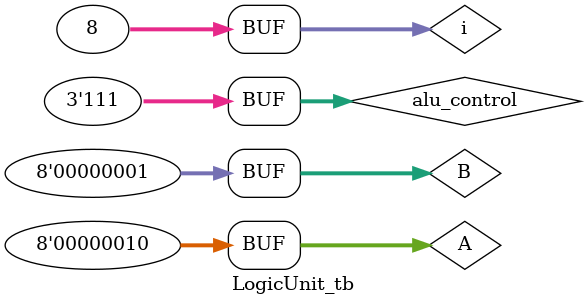
<source format=sv>
module LogicUnit_tb;
parameter N = 8;
  
  reg [N-1:0] A;
  reg [N-1:0] B;
  reg [2:0] alu_control;
  
 wire [N-1:0] result;

integer i;
  
	LogicUnit uut(
                .A(A), 
                .B(B), 
                .result(result),
   				.alu_control(alu_control));
  
initial
  begin
      
    {A, B,alu_control } = 0;
      
    $monitor ("T=%0t  A=%0d , B=%0d = result=%0d, alu_control=%0d", $time, A, B, result, alu_control);
     
    for (i = 0; i < 8; i = i+1) begin
      alu_control = i;
        #100; 
         A = 8'hF6;
        B = 8'h0A;
        //alu_control = 3'b000;
        
        #100; 
        A = 8'hF;
        B = 8'h22;
        //alu_control = 3'b001;
        
        #100; 
        A = 8'd33;
    	B = 8'd55;
        //alu_control = 3'b010;
       
        #100;
        A = 8'd2;
        B = 8'd1;
        //alu_control = 3'b011;
      
    end
  end

initial begin 
    $dumpfile("dump.vcd"); $dumpvars;
 
 end
endmodule

</source>
